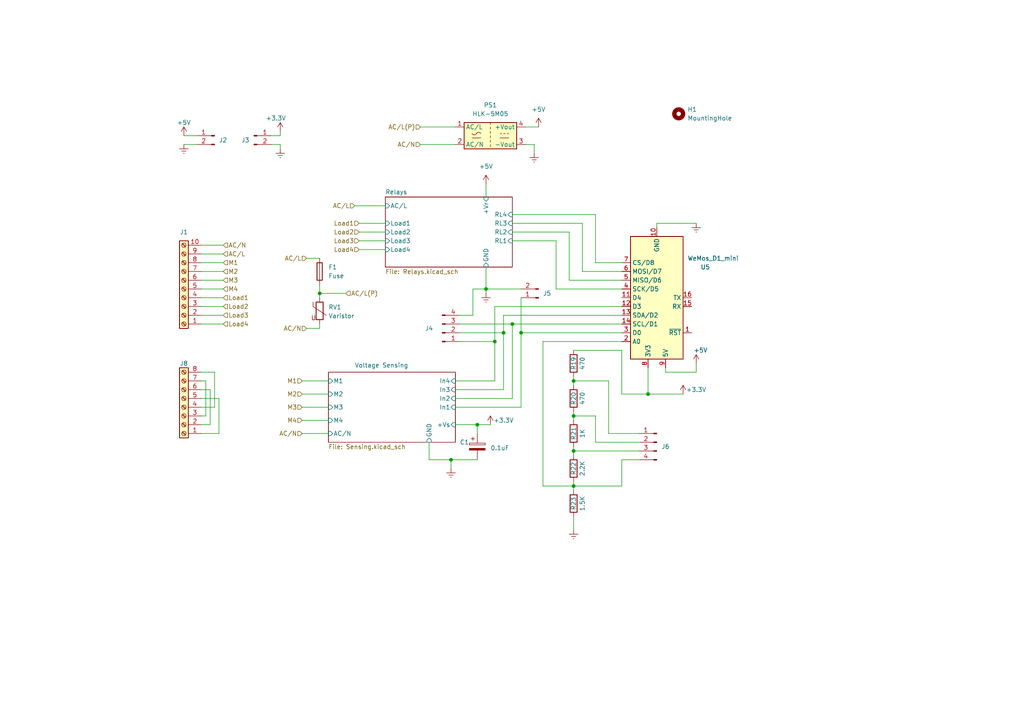
<source format=kicad_sch>
(kicad_sch (version 20230121) (generator eeschema)
  (paper "A4")
  (lib_symbols
    (symbol "Connector:Conn_01x02_Pin" (pin_names (offset 1.016) hide)
      (property "Reference" "J" (at 0 2.54 0))
      (property "Value" "Conn_01x02_Pin" (at 0 -5.08 0))
      (symbol "Conn_01x02_Pin_1_1"
        (polyline (pts (xy 1.27 -2.54) (xy 0.8636 -2.54)) (stroke (width 0.1524)))
        (polyline (pts (xy 1.27 0) (xy 0.8636 0)) (stroke (width 0.1524)))
        (rectangle (start 0.8636 -2.413) (end 0 -2.667) (stroke (width 0.1524)) (fill (type outline)))
        (rectangle (start 0.8636 0.127) (end 0 -0.127) (stroke (width 0.1524)) (fill (type outline)))
        (pin passive line (at 5.08 0 180) (length 3.81) (name "Pin_1") (number "1"))
        (pin passive line (at 5.08 -2.54 180) (length 3.81) (name "Pin_2") (number "2"))
      )
    )
    (symbol "Connector:Conn_01x04_Pin" (pin_names (offset 1.016) hide)
      (property "Reference" "J" (at 0 5.08 0))
      (property "Value" "Conn_01x04_Pin" (at 0 -7.62 0))
      (symbol "Conn_01x04_Pin_1_1"
        (polyline (pts (xy 1.27 -5.08) (xy 0.8636 -5.08)) (stroke (width 0.1524)))
        (polyline (pts (xy 1.27 -2.54) (xy 0.8636 -2.54)) (stroke (width 0.1524)))
        (polyline (pts (xy 1.27 0) (xy 0.8636 0)) (stroke (width 0.1524)))
        (polyline (pts (xy 1.27 2.54) (xy 0.8636 2.54)) (stroke (width 0.1524)))
        (rectangle (start 0.8636 -4.953) (end 0 -5.207) (stroke (width 0.1524)) (fill (type outline)))
        (rectangle (start 0.8636 -2.413) (end 0 -2.667) (stroke (width 0.1524)) (fill (type outline)))
        (rectangle (start 0.8636 0.127) (end 0 -0.127) (stroke (width 0.1524)) (fill (type outline)))
        (rectangle (start 0.8636 2.667) (end 0 2.413) (stroke (width 0.1524)) (fill (type outline)))
        (pin passive line (at 5.08 2.54 180) (length 3.81) (name "Pin_1") (number "1"))
        (pin passive line (at 5.08 0 180) (length 3.81) (name "Pin_2") (number "2"))
        (pin passive line (at 5.08 -2.54 180) (length 3.81) (name "Pin_3") (number "3"))
        (pin passive line (at 5.08 -5.08 180) (length 3.81) (name "Pin_4") (number "4"))
      )
    )
    (symbol "Connector:Screw_Terminal_01x08" (pin_names (offset 1.016) hide)
      (property "Reference" "J" (at 0 10.16 0))
      (property "Value" "Screw_Terminal_01x08" (at 0 -12.7 0))
      (symbol "Screw_Terminal_01x08_1_1"
        (rectangle (start -1.27 8.89) (end 1.27 -11.43) (stroke (width 0.254)) (fill (type background)))
        (circle (center 0 -10.16) (radius 0.635) (stroke (width 0.1524)))
        (circle (center 0 -7.62) (radius 0.635) (stroke (width 0.1524)))
        (circle (center 0 -5.08) (radius 0.635) (stroke (width 0.1524)))
        (circle (center 0 -2.54) (radius 0.635) (stroke (width 0.1524)))
        (polyline (pts (xy -0.5334 -9.8298) (xy 0.3302 -10.668)) (stroke (width 0.1524)))
        (polyline (pts (xy -0.5334 -7.2898) (xy 0.3302 -8.128)) (stroke (width 0.1524)))
        (polyline (pts (xy -0.5334 -4.7498) (xy 0.3302 -5.588)) (stroke (width 0.1524)))
        (polyline (pts (xy -0.5334 -2.2098) (xy 0.3302 -3.048)) (stroke (width 0.1524)))
        (polyline (pts (xy -0.5334 0.3302) (xy 0.3302 -0.508)) (stroke (width 0.1524)))
        (polyline (pts (xy -0.5334 2.8702) (xy 0.3302 2.032)) (stroke (width 0.1524)))
        (polyline (pts (xy -0.5334 5.4102) (xy 0.3302 4.572)) (stroke (width 0.1524)))
        (polyline (pts (xy -0.5334 7.9502) (xy 0.3302 7.112)) (stroke (width 0.1524)))
        (polyline (pts (xy -0.3556 -9.652) (xy 0.508 -10.4902)) (stroke (width 0.1524)))
        (polyline (pts (xy -0.3556 -7.112) (xy 0.508 -7.9502)) (stroke (width 0.1524)))
        (polyline (pts (xy -0.3556 -4.572) (xy 0.508 -5.4102)) (stroke (width 0.1524)))
        (polyline (pts (xy -0.3556 -2.032) (xy 0.508 -2.8702)) (stroke (width 0.1524)))
        (polyline (pts (xy -0.3556 0.508) (xy 0.508 -0.3302)) (stroke (width 0.1524)))
        (polyline (pts (xy -0.3556 3.048) (xy 0.508 2.2098)) (stroke (width 0.1524)))
        (polyline (pts (xy -0.3556 5.588) (xy 0.508 4.7498)) (stroke (width 0.1524)))
        (polyline (pts (xy -0.3556 8.128) (xy 0.508 7.2898)) (stroke (width 0.1524)))
        (circle (center 0 0) (radius 0.635) (stroke (width 0.1524)))
        (circle (center 0 2.54) (radius 0.635) (stroke (width 0.1524)))
        (circle (center 0 5.08) (radius 0.635) (stroke (width 0.1524)))
        (circle (center 0 7.62) (radius 0.635) (stroke (width 0.1524)))
        (pin passive line (at -5.08 7.62 0) (length 3.81) (name "Pin_1") (number "1"))
        (pin passive line (at -5.08 5.08 0) (length 3.81) (name "Pin_2") (number "2"))
        (pin passive line (at -5.08 2.54 0) (length 3.81) (name "Pin_3") (number "3"))
        (pin passive line (at -5.08 0 0) (length 3.81) (name "Pin_4") (number "4"))
        (pin passive line (at -5.08 -2.54 0) (length 3.81) (name "Pin_5") (number "5"))
        (pin passive line (at -5.08 -5.08 0) (length 3.81) (name "Pin_6") (number "6"))
        (pin passive line (at -5.08 -7.62 0) (length 3.81) (name "Pin_7") (number "7"))
        (pin passive line (at -5.08 -10.16 0) (length 3.81) (name "Pin_8") (number "8"))
      )
    )
    (symbol "Connector:Screw_Terminal_01x10" (pin_names (offset 1.016) hide)
      (property "Reference" "J" (at 0 12.7 0))
      (property "Value" "Screw_Terminal_01x10" (at 0 -15.24 0))
      (symbol "Screw_Terminal_01x10_1_1"
        (rectangle (start -1.27 11.43) (end 1.27 -13.97) (stroke (width 0.254)) (fill (type background)))
        (circle (center 0 -12.7) (radius 0.635) (stroke (width 0.1524)))
        (circle (center 0 -10.16) (radius 0.635) (stroke (width 0.1524)))
        (circle (center 0 -7.62) (radius 0.635) (stroke (width 0.1524)))
        (circle (center 0 -5.08) (radius 0.635) (stroke (width 0.1524)))
        (circle (center 0 -2.54) (radius 0.635) (stroke (width 0.1524)))
        (polyline (pts (xy -0.5334 -12.3698) (xy 0.3302 -13.208)) (stroke (width 0.1524)))
        (polyline (pts (xy -0.5334 -9.8298) (xy 0.3302 -10.668)) (stroke (width 0.1524)))
        (polyline (pts (xy -0.5334 -7.2898) (xy 0.3302 -8.128)) (stroke (width 0.1524)))
        (polyline (pts (xy -0.5334 -4.7498) (xy 0.3302 -5.588)) (stroke (width 0.1524)))
        (polyline (pts (xy -0.5334 -2.2098) (xy 0.3302 -3.048)) (stroke (width 0.1524)))
        (polyline (pts (xy -0.5334 0.3302) (xy 0.3302 -0.508)) (stroke (width 0.1524)))
        (polyline (pts (xy -0.5334 2.8702) (xy 0.3302 2.032)) (stroke (width 0.1524)))
        (polyline (pts (xy -0.5334 5.4102) (xy 0.3302 4.572)) (stroke (width 0.1524)))
        (polyline (pts (xy -0.5334 7.9502) (xy 0.3302 7.112)) (stroke (width 0.1524)))
        (polyline (pts (xy -0.5334 10.4902) (xy 0.3302 9.652)) (stroke (width 0.1524)))
        (polyline (pts (xy -0.3556 -12.192) (xy 0.508 -13.0302)) (stroke (width 0.1524)))
        (polyline (pts (xy -0.3556 -9.652) (xy 0.508 -10.4902)) (stroke (width 0.1524)))
        (polyline (pts (xy -0.3556 -7.112) (xy 0.508 -7.9502)) (stroke (width 0.1524)))
        (polyline (pts (xy -0.3556 -4.572) (xy 0.508 -5.4102)) (stroke (width 0.1524)))
        (polyline (pts (xy -0.3556 -2.032) (xy 0.508 -2.8702)) (stroke (width 0.1524)))
        (polyline (pts (xy -0.3556 0.508) (xy 0.508 -0.3302)) (stroke (width 0.1524)))
        (polyline (pts (xy -0.3556 3.048) (xy 0.508 2.2098)) (stroke (width 0.1524)))
        (polyline (pts (xy -0.3556 5.588) (xy 0.508 4.7498)) (stroke (width 0.1524)))
        (polyline (pts (xy -0.3556 8.128) (xy 0.508 7.2898)) (stroke (width 0.1524)))
        (polyline (pts (xy -0.3556 10.668) (xy 0.508 9.8298)) (stroke (width 0.1524)))
        (circle (center 0 0) (radius 0.635) (stroke (width 0.1524)))
        (circle (center 0 2.54) (radius 0.635) (stroke (width 0.1524)))
        (circle (center 0 5.08) (radius 0.635) (stroke (width 0.1524)))
        (circle (center 0 7.62) (radius 0.635) (stroke (width 0.1524)))
        (circle (center 0 10.16) (radius 0.635) (stroke (width 0.1524)))
        (pin passive line (at -5.08 10.16 0) (length 3.81) (name "Pin_1") (number "1"))
        (pin passive line (at -5.08 -12.7 0) (length 3.81) (name "Pin_10") (number "10"))
        (pin passive line (at -5.08 7.62 0) (length 3.81) (name "Pin_2") (number "2"))
        (pin passive line (at -5.08 5.08 0) (length 3.81) (name "Pin_3") (number "3"))
        (pin passive line (at -5.08 2.54 0) (length 3.81) (name "Pin_4") (number "4"))
        (pin passive line (at -5.08 0 0) (length 3.81) (name "Pin_5") (number "5"))
        (pin passive line (at -5.08 -2.54 0) (length 3.81) (name "Pin_6") (number "6"))
        (pin passive line (at -5.08 -5.08 0) (length 3.81) (name "Pin_7") (number "7"))
        (pin passive line (at -5.08 -7.62 0) (length 3.81) (name "Pin_8") (number "8"))
        (pin passive line (at -5.08 -10.16 0) (length 3.81) (name "Pin_9") (number "9"))
      )
    )
    (symbol "Converter_ACDC:HLK-5M05"
      (property "Reference" "PS" (at 0 5.08 0))
      (property "Value" "HLK-5M05" (at 0 -5.08 0))
      (symbol "HLK-5M05_0_1"
        (rectangle (start -7.62 3.81) (end 7.62 -3.81) (stroke (width 0.254)) (fill (type background)))
        (arc (start -5.334 0.635) (mid -4.699 0.2495) (end -4.064 0.635))
        (arc (start -2.794 0.635) (mid -3.429 1.0072) (end -4.064 0.635))
        (polyline (pts (xy -5.334 -0.635) (xy -2.794 -0.635)))
        (polyline (pts (xy 0 -2.54) (xy 0 -3.175)))
        (polyline (pts (xy 0 -1.27) (xy 0 -1.905)))
        (polyline (pts (xy 0 0) (xy 0 -0.635)))
        (polyline (pts (xy 0 1.27) (xy 0 0.635)))
        (polyline (pts (xy 0 2.54) (xy 0 1.905)))
        (polyline (pts (xy 0 3.81) (xy 0 3.175)))
        (polyline (pts (xy 2.794 -0.635) (xy 5.334 -0.635)))
        (polyline (pts (xy 2.794 0.635) (xy 3.302 0.635)))
        (polyline (pts (xy 3.81 0.635) (xy 4.318 0.635)))
        (polyline (pts (xy 4.826 0.635) (xy 5.334 0.635)))
      )
      (symbol "HLK-5M05_1_1"
        (pin power_in line (at -10.16 2.54 0) (length 2.54) (name "AC/L") (number "1"))
        (pin power_in line (at -10.16 -2.54 0) (length 2.54) (name "AC/N") (number "2"))
        (pin power_out line (at 10.16 -2.54 180) (length 2.54) (name "-Vout") (number "3"))
        (pin power_out line (at 10.16 2.54 180) (length 2.54) (name "+Vout") (number "4"))
      )
    )
    (symbol "Device:C_Polarized" (pin_numbers hide) (pin_names (offset 0.254))
      (property "Reference" "C" (at 0.635 2.54 0))
      (property "Value" "C_Polarized" (at 0.635 -2.54 0))
      (symbol "C_Polarized_0_1"
        (rectangle (start -2.286 0.508) (end 2.286 1.016))
        (polyline (pts (xy -1.778 2.286) (xy -0.762 2.286)))
        (polyline (pts (xy -1.27 2.794) (xy -1.27 1.778)))
        (rectangle (start 2.286 -0.508) (end -2.286 -1.016) (fill (type outline)))
      )
      (symbol "C_Polarized_1_1"
        (pin passive line (at 0 3.81 270) (length 2.794) (name "~") (number "1"))
        (pin passive line (at 0 -3.81 90) (length 2.794) (name "~") (number "2"))
      )
    )
    (symbol "Device:Fuse" (pin_numbers hide) (pin_names (offset 0))
      (property "Reference" "F" (at 2.032 0 90))
      (property "Value" "Fuse" (at -1.905 0 90))
      (symbol "Fuse_0_1"
        (rectangle (start -0.762 -2.54) (end 0.762 2.54) (stroke (width 0.254)))
        (polyline (pts (xy 0 2.54) (xy 0 -2.54)))
      )
      (symbol "Fuse_1_1"
        (pin passive line (at 0 3.81 270) (length 1.27) (name "~") (number "1"))
        (pin passive line (at 0 -3.81 90) (length 1.27) (name "~") (number "2"))
      )
    )
    (symbol "Device:R" (pin_numbers hide) (pin_names (offset 0))
      (property "Reference" "R" (at 2.032 0 90))
      (property "Value" "R" (at 0 0 90))
      (symbol "R_0_1"
        (rectangle (start -1.016 -2.54) (end 1.016 2.54) (stroke (width 0.254)))
      )
      (symbol "R_1_1"
        (pin passive line (at 0 3.81 270) (length 1.27) (name "~") (number "1"))
        (pin passive line (at 0 -3.81 90) (length 1.27) (name "~") (number "2"))
      )
    )
    (symbol "Device:Varistor" (pin_numbers hide) (pin_names (offset 0))
      (property "Reference" "RV" (at 3.175 0 90))
      (property "Value" "Varistor" (at -3.175 0 90))
      (symbol "Varistor_0_0"
        (text "U" (at -1.778 -2.032 0) (effects (font (size 1.27 1.27))))
      )
      (symbol "Varistor_0_1"
        (rectangle (start -1.016 -2.54) (end 1.016 2.54) (stroke (width 0.254)))
        (polyline (pts (xy -1.905 2.54) (xy -1.905 1.27) (xy 1.905 -1.27)))
      )
      (symbol "Varistor_1_1"
        (pin passive line (at 0 3.81 270) (length 1.27) (name "~") (number "1"))
        (pin passive line (at 0 -3.81 90) (length 1.27) (name "~") (number "2"))
      )
    )
    (symbol "MCU_Module:WeMos_D1_mini"
      (property "Reference" "U" (at 3.81 19.05 0))
      (property "Value" "WeMos_D1_mini" (at 1.27 -19.05 0))
      (symbol "WeMos_D1_mini_1_1"
        (rectangle (start -7.62 17.78) (end 7.62 -17.78) (stroke (width 0.254)) (fill (type background)))
        (pin input line (at -10.16 10.16 0) (length 2.54) (name "~{RST}") (number "1"))
        (pin power_in line (at 0 -20.32 90) (length 2.54) (name "GND") (number "10"))
        (pin bidirectional line (at 10.16 0 180) (length 2.54) (name "D4") (number "11"))
        (pin bidirectional line (at 10.16 2.54 180) (length 2.54) (name "D3") (number "12"))
        (pin bidirectional line (at 10.16 5.08 180) (length 2.54) (name "SDA/D2") (number "13"))
        (pin bidirectional line (at 10.16 7.62 180) (length 2.54) (name "SCL/D1") (number "14"))
        (pin input line (at -10.16 2.54 0) (length 2.54) (name "RX") (number "15"))
        (pin output line (at -10.16 0 0) (length 2.54) (name "TX") (number "16"))
        (pin input line (at 10.16 12.7 180) (length 2.54) (name "A0") (number "2"))
        (pin bidirectional line (at 10.16 10.16 180) (length 2.54) (name "D0") (number "3"))
        (pin bidirectional line (at 10.16 -2.54 180) (length 2.54) (name "SCK/D5") (number "4"))
        (pin bidirectional line (at 10.16 -5.08 180) (length 2.54) (name "MISO/D6") (number "5"))
        (pin bidirectional line (at 10.16 -7.62 180) (length 2.54) (name "MOSI/D7") (number "6"))
        (pin bidirectional line (at 10.16 -10.16 180) (length 2.54) (name "CS/D8") (number "7"))
        (pin power_out line (at 2.54 20.32 270) (length 2.54) (name "3V3") (number "8"))
        (pin power_in line (at -2.54 20.32 270) (length 2.54) (name "5V") (number "9"))
      )
    )
    (symbol "Mechanical:MountingHole" (pin_names (offset 1.016))
      (property "Reference" "H" (at 0 5.08 0))
      (property "Value" "MountingHole" (at 0 3.175 0))
      (symbol "MountingHole_0_1"
        (circle (center 0 0) (radius 1.27) (stroke (width 1.27)))
      )
    )
    (symbol "power:+3.3V" (power) (pin_names (offset 0))
      (property "Value" "+3.3V" (at 0 3.556 0))
      (symbol "+3.3V_0_1"
        (polyline (pts (xy -0.762 1.27) (xy 0 2.54)))
        (polyline (pts (xy 0 0) (xy 0 2.54)))
        (polyline (pts (xy 0 2.54) (xy 0.762 1.27)))
      )
      (symbol "+3.3V_1_1"
        (pin power_in line (at 0 0 90) (length 0) hide (name "+3.3V") (number "1"))
      )
    )
    (symbol "power:+5V" (power) (pin_names (offset 0))
      (property "Value" "+5V" (at 0 3.556 0))
      (symbol "+5V_0_1"
        (polyline (pts (xy -0.762 1.27) (xy 0 2.54)))
        (polyline (pts (xy 0 0) (xy 0 2.54)))
        (polyline (pts (xy 0 2.54) (xy 0.762 1.27)))
      )
      (symbol "+5V_1_1"
        (pin power_in line (at 0 0 90) (length 0) hide (name "+5V") (number "1"))
      )
    )
    (symbol "power:Earth" (power) (pin_names (offset 0))
      (symbol "Earth_0_1"
        (polyline (pts (xy -0.635 -1.905) (xy 0.635 -1.905)))
        (polyline (pts (xy -0.127 -2.54) (xy 0.127 -2.54)))
        (polyline (pts (xy 0 -1.27) (xy 0 0)))
        (polyline (pts (xy 1.27 -1.27) (xy -1.27 -1.27)))
      )
      (symbol "Earth_1_1"
        (pin power_in line (at 0 0 270) (length 0) hide (name "Earth") (number "1"))
      )
    )
  )
  (junction (at 140.97 83.82))
  (junction (at 166.37 130.81))
  (junction (at 187.96 114.3))
  (junction (at 148.59 93.98))
  (junction (at 143.51 99.06))
  (junction (at 151.13 96.52))
  (junction (at 146.05 96.52))
  (junction (at 166.37 140.97))
  (junction (at 130.81 133.35))
  (junction (at 166.37 110.49))
  (junction (at 92.71 85.09))
  (junction (at 138.43 123.19))
  (junction (at 166.37 120.65))
  (wire (pts (xy 166.37 140.97) (xy 166.37 142.24)))
  (wire (pts (xy 104.14 64.77) (xy 111.76 64.77)))
  (wire (pts (xy 201.93 105.41) (xy 201.93 107.95)))
  (wire (pts (xy 154.94 41.91) (xy 154.94 44.45)))
  (wire (pts (xy 60.96 113.03) (xy 58.42 113.03)))
  (wire (pts (xy 137.16 91.44) (xy 137.16 83.82)))
  (wire (pts (xy 168.91 78.74) (xy 180.34 78.74)))
  (wire (pts (xy 102.87 59.69) (xy 111.76 59.69)))
  (wire (pts (xy 87.63 114.3) (xy 95.25 114.3)))
  (wire (pts (xy 88.9 74.93) (xy 92.71 74.93)))
  (wire (pts (xy 172.72 128.27) (xy 172.72 120.65)))
  (wire (pts (xy 148.59 64.77) (xy 168.91 64.77)))
  (wire (pts (xy 58.42 76.2) (xy 64.77 76.2)))
  (wire (pts (xy 58.42 118.11) (xy 62.23 118.11)))
  (wire (pts (xy 59.69 120.65) (xy 59.69 110.49)))
  (wire (pts (xy 180.34 93.98) (xy 148.59 93.98)))
  (wire (pts (xy 180.34 99.06) (xy 157.48 99.06)))
  (wire (pts (xy 92.71 95.25) (xy 92.71 93.98)))
  (wire (pts (xy 151.13 86.36) (xy 151.13 96.52)))
  (wire (pts (xy 146.05 91.44) (xy 146.05 96.52)))
  (wire (pts (xy 166.37 101.6) (xy 180.34 101.6)))
  (wire (pts (xy 53.34 41.91) (xy 57.15 41.91)))
  (wire (pts (xy 148.59 69.85) (xy 161.29 69.85)))
  (wire (pts (xy 180.34 133.35) (xy 180.34 140.97)))
  (wire (pts (xy 146.05 113.03) (xy 146.05 96.52)))
  (wire (pts (xy 172.72 76.2) (xy 180.34 76.2)))
  (wire (pts (xy 152.4 41.91) (xy 154.94 41.91)))
  (wire (pts (xy 58.42 73.66) (xy 64.77 73.66)))
  (wire (pts (xy 166.37 139.7) (xy 166.37 140.97)))
  (wire (pts (xy 151.13 96.52) (xy 151.13 118.11)))
  (wire (pts (xy 176.53 110.49) (xy 176.53 125.73)))
  (wire (pts (xy 81.28 41.91) (xy 78.74 41.91)))
  (wire (pts (xy 124.46 133.35) (xy 130.81 133.35)))
  (wire (pts (xy 148.59 115.57) (xy 132.08 115.57)))
  (wire (pts (xy 180.34 88.9) (xy 143.51 88.9)))
  (wire (pts (xy 166.37 120.65) (xy 166.37 121.92)))
  (wire (pts (xy 187.96 106.68) (xy 187.96 114.3)))
  (wire (pts (xy 121.92 41.91) (xy 132.08 41.91)))
  (wire (pts (xy 161.29 83.82) (xy 180.34 83.82)))
  (wire (pts (xy 104.14 72.39) (xy 111.76 72.39)))
  (wire (pts (xy 87.63 121.92) (xy 95.25 121.92)))
  (wire (pts (xy 58.42 88.9) (xy 64.77 88.9)))
  (wire (pts (xy 121.92 36.83) (xy 132.08 36.83)))
  (wire (pts (xy 172.72 120.65) (xy 166.37 120.65)))
  (wire (pts (xy 133.35 91.44) (xy 137.16 91.44)))
  (wire (pts (xy 185.42 128.27) (xy 172.72 128.27)))
  (wire (pts (xy 58.42 83.82) (xy 64.77 83.82)))
  (wire (pts (xy 58.42 120.65) (xy 59.69 120.65)))
  (wire (pts (xy 92.71 82.55) (xy 92.71 85.09)))
  (wire (pts (xy 87.63 110.49) (xy 95.25 110.49)))
  (wire (pts (xy 58.42 93.98) (xy 64.77 93.98)))
  (wire (pts (xy 151.13 96.52) (xy 180.34 96.52)))
  (wire (pts (xy 138.43 123.19) (xy 142.24 123.19)))
  (wire (pts (xy 63.5 125.73) (xy 63.5 115.57)))
  (wire (pts (xy 152.4 36.83) (xy 156.21 36.83)))
  (wire (pts (xy 133.35 99.06) (xy 143.51 99.06)))
  (wire (pts (xy 166.37 110.49) (xy 166.37 111.76)))
  (wire (pts (xy 166.37 130.81) (xy 166.37 132.08)))
  (wire (pts (xy 140.97 77.47) (xy 140.97 83.82)))
  (wire (pts (xy 124.46 133.35) (xy 124.46 128.27)))
  (wire (pts (xy 132.08 118.11) (xy 151.13 118.11)))
  (wire (pts (xy 132.08 123.19) (xy 138.43 123.19)))
  (wire (pts (xy 161.29 69.85) (xy 161.29 83.82)))
  (wire (pts (xy 58.42 91.44) (xy 64.77 91.44)))
  (wire (pts (xy 166.37 149.86) (xy 166.37 153.67)))
  (wire (pts (xy 62.23 107.95) (xy 58.42 107.95)))
  (wire (pts (xy 88.9 95.25) (xy 92.71 95.25)))
  (wire (pts (xy 92.71 85.09) (xy 100.33 85.09)))
  (wire (pts (xy 193.04 107.95) (xy 193.04 106.68)))
  (wire (pts (xy 104.14 69.85) (xy 111.76 69.85)))
  (wire (pts (xy 140.97 53.34) (xy 140.97 57.15)))
  (wire (pts (xy 59.69 110.49) (xy 58.42 110.49)))
  (wire (pts (xy 81.28 39.37) (xy 78.74 39.37)))
  (wire (pts (xy 92.71 85.09) (xy 92.71 86.36)))
  (wire (pts (xy 143.51 110.49) (xy 132.08 110.49)))
  (wire (pts (xy 185.42 125.73) (xy 176.53 125.73)))
  (wire (pts (xy 146.05 91.44) (xy 180.34 91.44)))
  (wire (pts (xy 130.81 133.35) (xy 138.43 133.35)))
  (wire (pts (xy 87.63 118.11) (xy 95.25 118.11)))
  (wire (pts (xy 176.53 110.49) (xy 166.37 110.49)))
  (wire (pts (xy 62.23 118.11) (xy 62.23 107.95)))
  (wire (pts (xy 137.16 83.82) (xy 140.97 83.82)))
  (wire (pts (xy 130.81 135.89) (xy 130.81 133.35)))
  (wire (pts (xy 166.37 129.54) (xy 166.37 130.81)))
  (wire (pts (xy 165.1 67.31) (xy 165.1 81.28)))
  (wire (pts (xy 81.28 38.1) (xy 81.28 39.37)))
  (wire (pts (xy 58.42 86.36) (xy 64.77 86.36)))
  (wire (pts (xy 201.93 107.95) (xy 193.04 107.95)))
  (wire (pts (xy 180.34 140.97) (xy 166.37 140.97)))
  (wire (pts (xy 58.42 78.74) (xy 64.77 78.74)))
  (wire (pts (xy 138.43 123.19) (xy 138.43 125.73)))
  (wire (pts (xy 81.28 43.18) (xy 81.28 41.91)))
  (wire (pts (xy 180.34 114.3) (xy 187.96 114.3)))
  (wire (pts (xy 168.91 64.77) (xy 168.91 78.74)))
  (wire (pts (xy 165.1 81.28) (xy 180.34 81.28)))
  (wire (pts (xy 180.34 101.6) (xy 180.34 114.3)))
  (wire (pts (xy 157.48 99.06) (xy 157.48 140.97)))
  (wire (pts (xy 172.72 62.23) (xy 148.59 62.23)))
  (wire (pts (xy 140.97 83.82) (xy 151.13 83.82)))
  (wire (pts (xy 58.42 81.28) (xy 64.77 81.28)))
  (wire (pts (xy 58.42 125.73) (xy 63.5 125.73)))
  (wire (pts (xy 104.14 67.31) (xy 111.76 67.31)))
  (wire (pts (xy 60.96 123.19) (xy 60.96 113.03)))
  (wire (pts (xy 132.08 113.03) (xy 146.05 113.03)))
  (wire (pts (xy 185.42 133.35) (xy 180.34 133.35)))
  (wire (pts (xy 148.59 67.31) (xy 165.1 67.31)))
  (wire (pts (xy 53.34 39.37) (xy 57.15 39.37)))
  (wire (pts (xy 148.59 93.98) (xy 148.59 115.57)))
  (wire (pts (xy 63.5 115.57) (xy 58.42 115.57)))
  (wire (pts (xy 87.63 125.73) (xy 95.25 125.73)))
  (wire (pts (xy 201.93 64.77) (xy 190.5 64.77)))
  (wire (pts (xy 166.37 130.81) (xy 185.42 130.81)))
  (wire (pts (xy 140.97 83.82) (xy 140.97 85.09)))
  (wire (pts (xy 166.37 119.38) (xy 166.37 120.65)))
  (wire (pts (xy 133.35 96.52) (xy 146.05 96.52)))
  (wire (pts (xy 157.48 140.97) (xy 166.37 140.97)))
  (wire (pts (xy 143.51 88.9) (xy 143.51 99.06)))
  (wire (pts (xy 190.5 64.77) (xy 190.5 66.04)))
  (wire (pts (xy 58.42 71.12) (xy 64.77 71.12)))
  (wire (pts (xy 133.35 93.98) (xy 148.59 93.98)))
  (wire (pts (xy 172.72 62.23) (xy 172.72 76.2)))
  (wire (pts (xy 143.51 99.06) (xy 143.51 110.49)))
  (wire (pts (xy 187.96 114.3) (xy 198.12 114.3)))
  (wire (pts (xy 166.37 109.22) (xy 166.37 110.49)))
  (wire (pts (xy 58.42 123.19) (xy 60.96 123.19)))
  (hierarchical_label "AC{slash}N" (shape input) (at 64.77 71.12 0))
  (hierarchical_label "M4" (shape input) (at 87.63 121.92 180))
  (hierarchical_label "Load2" (shape input) (at 64.77 88.9 0))
  (hierarchical_label "Load3" (shape input) (at 64.77 91.44 0))
  (hierarchical_label "Load3" (shape input) (at 104.14 69.85 180))
  (hierarchical_label "AC{slash}N" (shape input) (at 121.92 41.91 180))
  (hierarchical_label "M3" (shape input) (at 87.63 118.11 180))
  (hierarchical_label "Load4" (shape input) (at 104.14 72.39 180))
  (hierarchical_label "Load4" (shape input) (at 64.77 93.98 0))
  (hierarchical_label "AC{slash}L(P)" (shape input) (at 100.33 85.09 0))
  (hierarchical_label "Load1" (shape input) (at 64.77 86.36 0))
  (hierarchical_label "M1" (shape input) (at 87.63 110.49 180))
  (hierarchical_label "AC{slash}L" (shape input) (at 88.9 74.93 180))
  (hierarchical_label "M2" (shape input) (at 64.77 78.74 0))
  (hierarchical_label "Load2" (shape input) (at 104.14 67.31 180))
  (hierarchical_label "AC{slash}N" (shape input) (at 87.63 125.73 180))
  (hierarchical_label "M4" (shape input) (at 64.77 83.82 0))
  (hierarchical_label "AC{slash}L" (shape input) (at 64.77 73.66 0))
  (hierarchical_label "M1" (shape input) (at 64.77 76.2 0))
  (hierarchical_label "AC{slash}L(P)" (shape input) (at 121.92 36.83 180))
  (hierarchical_label "AC{slash}N" (shape input) (at 88.9 95.25 180))
  (hierarchical_label "M2" (shape input) (at 87.63 114.3 180))
  (hierarchical_label "AC{slash}L" (shape input) (at 102.87 59.69 180))
  (hierarchical_label "Load1" (shape input) (at 104.14 64.77 180))
  (hierarchical_label "M3" (shape input) (at 64.77 81.28 0))
  (symbol (lib_id "power:Earth") (at 81.28 43.18 0) (unit 1)
    (property "Reference" "#PWR020" (effects hide))
    (property "Value" "Earth" (effects hide))
  )
  (symbol (lib_id "Device:Varistor") (at 92.71 90.17 0) (unit 1)
    (property "Reference" "RV1" (at 95.25 89.0933 0) (effects (justify left)))
    (property "Value" "Varistor" (at 95.25 91.6333 0) (effects (justify left)))
    (property "Footprint" "Varistor:RV_Disc_D12mm_W7.1mm_P7.5mm" (effects hide))
    (property "Sim.Name" "kicad_builtin_varistor" (effects hide))
    (property "Sim.Device" "SUBCKT" (effects hide))
    (property "Sim.Pins" "1=A 2=B" (effects hide))
    (property "Sim.Params" "threshold=1k" (effects hide))
    (property "Sim.Library" "${KICAD7_SYMBOL_DIR}/Simulation_SPICE.sp" (effects hide))
  )
  (symbol (lib_id "Connector:Conn_01x04_Pin") (at 190.5 128.27 0) (mirror y) (unit 1)
    (property "Reference" "J6" (at 193.04 129.54 0))
    (property "Value" "Conn_01x04_Pin" (effects hide))
    (property "Footprint" "Connector_JST:JST_XH_B4B-XH-A_1x04_P2.50mm_Vertical" (effects hide))
  )
  (symbol (lib_id "Connector:Conn_01x02_Pin") (at 73.66 39.37 0) (unit 1)
    (property "Reference" "J3" (at 72.39 40.64 0) (effects (justify right)))
    (property "Value" "Conn_01x02_Pin" (effects hide))
    (property "Footprint" "Connector_JST:JST_XH_B2B-XH-A_1x02_P2.50mm_Vertical" (effects hide))
  )
  (symbol (lib_id "power:Earth") (at 140.97 85.09 0) (unit 1)
    (property "Reference" "#PWR017" (effects hide))
    (property "Value" "Earth" (effects hide))
  )
  (symbol (lib_id "Connector:Screw_Terminal_01x08") (at 53.34 118.11 180) (unit 1)
    (property "Reference" "J8" (at 53.34 105.41 0))
    (property "Value" "Screw_Terminal_01x08" (effects hide))
    (property "Footprint" "TerminalBlock_Phoenix:TerminalBlock_Phoenix_MKDS-3-8-5.08_1x08_P5.08mm_Horizontal" (effects hide))
  )
  (symbol (lib_id "Device:R") (at 166.37 125.73 180) (unit 1)
    (property "Reference" "R21" (at 166.37 125.73 90))
    (property "Value" "1K" (at 168.91 125.73 90))
    (property "Footprint" "Resistor_SMD:R_0805_2012Metric_Pad1.20x1.40mm_HandSolder" (effects hide))
  )
  (symbol (lib_id "Connector:Screw_Terminal_01x10") (at 53.34 83.82 180) (unit 1)
    (property "Reference" "J1" (at 53.34 67.31 0))
    (property "Value" "Screw_Terminal_01x10" (effects hide))
    (property "Footprint" "TerminalBlock_Phoenix:TerminalBlock_Phoenix_MKDS-3-10-5.08_1x10_P5.08mm_Horizontal" (effects hide))
  )
  (symbol (lib_id "Device:R") (at 166.37 146.05 0) (unit 1)
    (property "Reference" "R23" (at 166.37 146.05 90))
    (property "Value" "1.5K" (at 168.91 146.05 90))
    (property "Footprint" "Resistor_SMD:R_0805_2012Metric_Pad1.20x1.40mm_HandSolder" (effects hide))
  )
  (symbol (lib_id "power:+5V") (at 53.34 39.37 0) (unit 1)
    (property "Reference" "#PWR012" (effects hide))
    (property "Value" "+5V" (at 53.34 35.56 0))
  )
  (symbol (lib_id "power:Earth") (at 154.94 44.45 0) (unit 1)
    (property "Reference" "#PWR022" (effects hide))
    (property "Value" "Earth" (effects hide))
  )
  (symbol (lib_id "power:Earth") (at 166.37 153.67 0) (unit 1)
    (property "Reference" "#PWR03" (effects hide))
    (property "Value" "Earth" (effects hide))
  )
  (symbol (lib_id "power:Earth") (at 130.81 135.89 0) (unit 1)
    (property "Reference" "#PWR018" (effects hide))
    (property "Value" "Earth" (effects hide))
  )
  (symbol (lib_id "MCU_Module:WeMos_D1_mini") (at 190.5 86.36 180) (unit 1)
    (property "Reference" "U5" (at 203.2 77.47 0) (effects (justify right)))
    (property "Value" "WeMos_D1_mini" (at 199.39 74.93 0) (effects (justify right)))
    (property "Footprint" "Module:WEMOS_D1_mini_light" (effects hide))
    (property "Datasheet" "https://wiki.wemos.cc/products:d1:d1_mini#documentation" (effects hide))
  )
  (symbol (lib_id "power:+3.3V") (at 142.24 123.19 0) (unit 1)
    (property "Reference" "#PWR011" (effects hide))
    (property "Value" "+3.3V" (at 146.05 121.92 0))
  )
  (symbol (lib_id "power:Earth") (at 201.93 64.77 0) (unit 1)
    (property "Reference" "#PWR023" (effects hide))
    (property "Value" "Earth" (effects hide))
  )
  (symbol (lib_id "power:+5V") (at 140.97 53.34 0) (unit 1)
    (property "Reference" "#PWR019" (effects hide))
    (property "Value" "+5V" (at 140.97 48.26 0))
  )
  (symbol (lib_id "Connector:Conn_01x04_Pin") (at 128.27 96.52 0) (mirror x) (unit 1)
    (property "Reference" "J4" (at 124.46 95.25 0))
    (property "Value" "Conn_01x04_Pin" (effects hide))
    (property "Footprint" "Connector_JST:JST_XH_B4B-XH-A_1x04_P2.50mm_Vertical" (effects hide))
  )
  (symbol (lib_id "Mechanical:MountingHole") (at 196.85 33.02 0) (unit 1)
    (property "Reference" "H1" (at 199.39 31.75 0) (effects (justify left)))
    (property "Value" "MountingHole" (at 199.39 34.29 0) (effects (justify left)))
    (property "Footprint" "MountingHole:MountingHole_3.2mm_M3" (effects hide))
  )
  (symbol (lib_id "Connector:Conn_01x02_Pin") (at 62.23 39.37 0) (mirror y) (unit 1)
    (property "Reference" "J2" (at 63.5 40.64 0) (effects (justify right)))
    (property "Value" "Conn_01x02_Pin" (effects hide))
    (property "Footprint" "Connector_JST:JST_XH_B2B-XH-A_1x02_P2.50mm_Vertical" (effects hide))
  )
  (symbol (lib_id "power:Earth") (at 53.34 41.91 0) (unit 1)
    (property "Reference" "#PWR013" (effects hide))
    (property "Value" "Earth" (effects hide))
  )
  (symbol (lib_id "Device:Fuse") (at 92.71 78.74 0) (unit 1)
    (property "Reference" "F1" (at 95.25 77.47 0) (effects (justify left)))
    (property "Value" "Fuse" (at 95.25 80.01 0) (effects (justify left)))
    (property "Footprint" "Fuse:Fuse_BelFuse_0ZRE0005FF_L8.3mm_W3.8mm" (effects hide))
  )
  (symbol (lib_id "Device:R") (at 166.37 115.57 180) (unit 1)
    (property "Reference" "R20" (at 166.37 115.57 90))
    (property "Value" "470" (at 168.91 115.57 90))
    (property "Footprint" "Resistor_SMD:R_0805_2012Metric_Pad1.20x1.40mm_HandSolder" (effects hide))
  )
  (symbol (lib_id "Device:R") (at 166.37 135.89 180) (unit 1)
    (property "Reference" "R22" (at 166.37 135.89 90))
    (property "Value" "2.2K" (at 168.91 135.89 90))
    (property "Footprint" "Resistor_SMD:R_0805_2012Metric_Pad1.20x1.40mm_HandSolder" (effects hide))
  )
  (symbol (lib_id "Connector:Conn_01x02_Pin") (at 156.21 86.36 180) (unit 1)
    (property "Reference" "J5" (at 157.48 85.09 0) (effects (justify right)))
    (property "Value" "Conn_01x02_Pin" (effects hide))
    (property "Footprint" "Connector_JST:JST_XH_B2B-XH-A_1x02_P2.50mm_Vertical" (effects hide))
  )
  (symbol (lib_id "power:+5V") (at 156.21 36.83 0) (unit 1)
    (property "Reference" "#PWR015" (effects hide))
    (property "Value" "+5V" (at 156.21 31.75 0))
  )
  (symbol (lib_id "power:+5V") (at 201.93 105.41 0) (unit 1)
    (property "Reference" "#PWR021" (effects hide))
    (property "Value" "+5V" (at 203.2 101.6 0))
  )
  (symbol (lib_id "Converter_ACDC:HLK-5M05") (at 142.24 39.37 0) (unit 1)
    (property "Reference" "PS1" (at 142.24 30.48 0))
    (property "Value" "HLK-5M05" (at 142.24 33.02 0))
    (property "Footprint" "Converter_ACDC:Converter_ACDC_HiLink_HLK-5Mxx" (effects hide))
    (property "Datasheet" "http://h.hlktech.com/download/ACDC%E7%94%B5%E6%BA%90%E6%A8%A1%E5%9D%975W%E7%B3%BB%E5%88%97/1/%E6%B5%B7%E5%87%8C%E7%A7%915W%E7%B3%BB%E5%88%97%E7%94%B5%E6%BA%90%E6%A8%A1%E5%9D%97%E8%A7%84%E6%A0%BC%E4%B9%A6V2.8.pdf" (effects hide))
  )
  (symbol (lib_id "Device:R") (at 166.37 105.41 180) (unit 1)
    (property "Reference" "R19" (at 166.37 105.41 90))
    (property "Value" "470" (at 168.91 105.41 90))
    (property "Footprint" "Resistor_SMD:R_0805_2012Metric_Pad1.20x1.40mm_HandSolder" (effects hide))
  )
  (symbol (lib_id "Device:C_Polarized") (at 138.43 129.54 0) (unit 1)
    (property "Reference" "C1" (at 133.35 128.27 0) (effects (justify left)))
    (property "Value" "0.1uF" (at 142.24 129.921 0) (effects (justify left)))
    (property "Footprint" "Capacitor_SMD:C_1206_3216Metric_Pad1.33x1.80mm_HandSolder" (effects hide))
  )
  (symbol (lib_id "power:+3.3V") (at 198.12 114.3 0) (unit 1)
    (property "Reference" "#PWR010" (effects hide))
    (property "Value" "+3.3V" (at 201.93 113.03 0))
  )
  (symbol (lib_id "power:+3.3V") (at 81.28 38.1 0) (unit 1)
    (property "Reference" "#PWR016" (effects hide))
    (property "Value" "+3.3V" (at 80.01 34.29 0))
  )
  (sheet (at 95.25 107.95) (size 36.83 20.32) (stroke (width 0.1524))
    (property "Sheetname" "Voltage Sensing" (at 102.87 106.68 0) (effects (justify left bottom)))
    (property "Sheetfile" "Sensing.kicad_sch" (at 95.25 128.8546 0) (effects (justify left top)))
    (pin "M1" input (at 95.25 110.49 180))
    (pin "In2" input (at 132.08 115.57 0))
    (pin "In1" input (at 132.08 118.11 0))
    (pin "M2" input (at 95.25 114.3 180))
    (pin "M3" input (at 95.25 118.11 180))
    (pin "GND" input (at 124.46 128.27 270))
    (pin "In3" input (at 132.08 113.03 0))
    (pin "AC{slash}N" input (at 95.25 125.73 180))
    (pin "+Vs" input (at 132.08 123.19 0))
    (pin "M4" input (at 95.25 121.92 180))
    (pin "In4" input (at 132.08 110.49 0))
  )
  (sheet (at 111.76 57.15) (size 36.83 20.32) (stroke (width 0.1524))
    (property "Sheetname" "Relays" (at 111.76 56.4384 0) (effects (justify left bottom)))
    (property "Sheetfile" "Relays.kicad_sch" (at 111.76 78.0546 0) (effects (justify left top)))
    (pin "+Vr" input (at 140.97 57.15 90))
    (pin "GND" input (at 140.97 77.47 270))
    (pin "AC{slash}L" input (at 111.76 59.69 180))
    (pin "Load3" input (at 111.76 69.85 180))
    (pin "Load1" input (at 111.76 64.77 180))
    (pin "Load2" input (at 111.76 67.31 180))
    (pin "Load4" input (at 111.76 72.39 180))
    (pin "RL2" input (at 148.59 67.31 0))
    (pin "RL3" input (at 148.59 64.77 0))
    (pin "RL1" input (at 148.59 69.85 0))
    (pin "RL4" input (at 148.59 62.23 0))
  )
)
</source>
